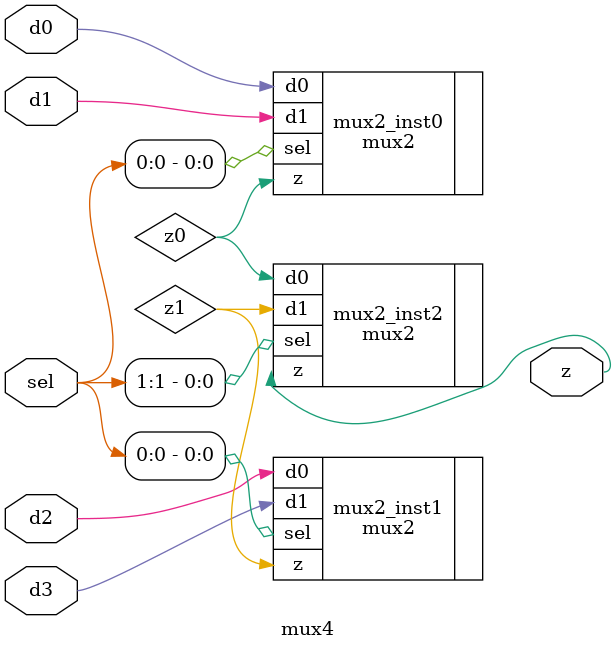
<source format=sv>
module mux4 (
    input logic d0,          // Data input 0
    input logic d1,          // Data input 1
    input logic d2,          // Data input 2
    input logic d3,          // Data input 3
    input logic [1:0] sel,   // Select input
    output logic z           // Output
);

	// Put your code here
	// ------------------
	logic z0, z1;
	
	mux2 mux2_inst0(
		.d0(d0),
		.d1(d1),
		.sel(sel[0]),
		.z(z0)
	);
	
	mux2 mux2_inst1(
		.d0(d2),
		.d1(d3),
		.sel(sel[0]),
		.z(z1)
	);
	
	mux2 mux2_inst2(
		.d0(z0),
		.d1(z1),
		.sel(sel[1]),
		.z(z)
	);
	// End of your code

endmodule

</source>
